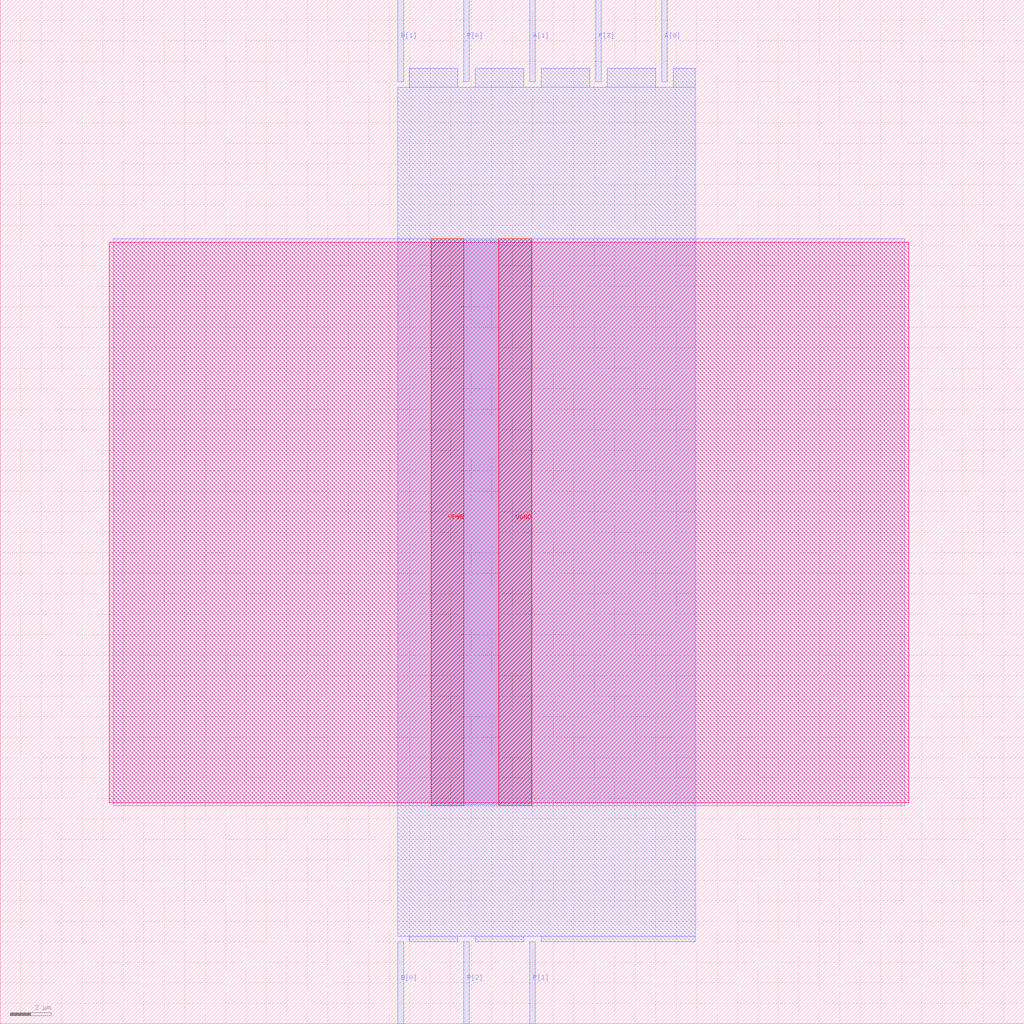
<source format=lef>
VERSION 5.7 ;
  NOWIREEXTENSIONATPIN ON ;
  DIVIDERCHAR "/" ;
  BUSBITCHARS "[]" ;
MACRO SARSA_RUIDO_VENTAJA_e5
  CLASS BLOCK ;
  FOREIGN SARSA_RUIDO_VENTAJA_e5 ;
  ORIGIN 0.000 0.000 ;
  SIZE 50.000 BY 50.000 ;
  PIN A[0]
    DIRECTION INPUT ;
    USE SIGNAL ;
    ANTENNAGATEAREA 0.196500 ;
    PORT
      LAYER met2 ;
        RECT 32.290 46.000 32.570 50.000 ;
    END
  END A[0]
  PIN A[1]
    DIRECTION INPUT ;
    USE SIGNAL ;
    ANTENNAGATEAREA 0.196500 ;
    PORT
      LAYER met2 ;
        RECT 25.850 46.000 26.130 50.000 ;
    END
  END A[1]
  PIN B[0]
    DIRECTION INPUT ;
    USE SIGNAL ;
    ANTENNAGATEAREA 0.196500 ;
    PORT
      LAYER met2 ;
        RECT 19.410 0.000 19.690 4.000 ;
    END
  END B[0]
  PIN B[1]
    DIRECTION INPUT ;
    USE SIGNAL ;
    ANTENNAGATEAREA 0.196500 ;
    PORT
      LAYER met2 ;
        RECT 19.410 46.000 19.690 50.000 ;
    END
  END B[1]
  PIN P[0]
    DIRECTION OUTPUT ;
    USE SIGNAL ;
    ANTENNADIFFAREA 0.445500 ;
    PORT
      LAYER met2 ;
        RECT 22.630 46.000 22.910 50.000 ;
    END
  END P[0]
  PIN P[1]
    DIRECTION OUTPUT ;
    USE SIGNAL ;
    ANTENNADIFFAREA 0.445500 ;
    PORT
      LAYER met2 ;
        RECT 25.850 0.000 26.130 4.000 ;
    END
  END P[1]
  PIN P[2]
    DIRECTION OUTPUT ;
    USE SIGNAL ;
    ANTENNADIFFAREA 0.445500 ;
    PORT
      LAYER met2 ;
        RECT 22.630 0.000 22.910 4.000 ;
    END
  END P[2]
  PIN P[3]
    DIRECTION OUTPUT ;
    USE SIGNAL ;
    ANTENNADIFFAREA 0.445500 ;
    PORT
      LAYER met2 ;
        RECT 29.070 46.000 29.350 50.000 ;
    END
  END P[3]
  PIN VGND
    DIRECTION INOUT ;
    USE GROUND ;
    PORT
      LAYER met4 ;
        RECT 24.340 10.640 25.940 38.320 ;
    END
  END VGND
  PIN VPWR
    DIRECTION INOUT ;
    USE POWER ;
    PORT
      LAYER met4 ;
        RECT 21.040 10.640 22.640 38.320 ;
    END
  END VPWR
  OBS
      LAYER nwell ;
        RECT 5.330 10.795 44.350 38.165 ;
      LAYER li1 ;
        RECT 5.520 10.795 44.160 38.165 ;
      LAYER met1 ;
        RECT 5.520 10.640 44.160 38.320 ;
      LAYER met2 ;
        RECT 19.970 45.720 22.350 46.650 ;
        RECT 23.190 45.720 25.570 46.650 ;
        RECT 26.410 45.720 28.790 46.650 ;
        RECT 29.630 45.720 32.010 46.650 ;
        RECT 32.850 45.720 33.940 46.650 ;
        RECT 19.420 4.280 33.940 45.720 ;
        RECT 19.970 4.000 22.350 4.280 ;
        RECT 23.190 4.000 25.570 4.280 ;
        RECT 26.410 4.000 33.940 4.280 ;
      LAYER met3 ;
        RECT 21.050 10.715 25.930 38.245 ;
  END
END SARSA_RUIDO_VENTAJA_e5
END LIBRARY


</source>
